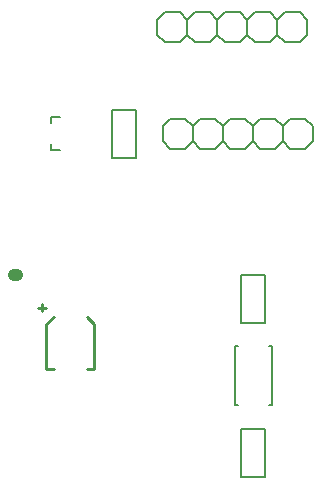
<source format=gbo>
G75*
%MOIN*%
%OFA0B0*%
%FSLAX25Y25*%
%IPPOS*%
%LPD*%
%AMOC8*
5,1,8,0,0,1.08239X$1,22.5*
%
%ADD10C,0.00500*%
%ADD11C,0.00600*%
%ADD12C,0.04000*%
%ADD13C,0.01000*%
D10*
X0089336Y0033654D02*
X0090517Y0033654D01*
X0089336Y0033654D02*
X0089336Y0053339D01*
X0090517Y0053339D01*
X0091635Y0061087D02*
X0099635Y0061087D01*
X0099635Y0077087D01*
X0091635Y0077087D01*
X0091635Y0061087D01*
X0100753Y0053339D02*
X0101934Y0053339D01*
X0101934Y0033654D01*
X0100753Y0033654D01*
X0099635Y0025906D02*
X0091635Y0025906D01*
X0091635Y0009906D01*
X0099635Y0009906D01*
X0099635Y0025906D01*
X0056328Y0116205D02*
X0048328Y0116205D01*
X0048328Y0132205D01*
X0056328Y0132205D01*
X0056328Y0116205D01*
D11*
X0065478Y0121705D02*
X0067978Y0119205D01*
X0072978Y0119205D01*
X0075478Y0121705D01*
X0075478Y0126705D01*
X0072978Y0129205D01*
X0067978Y0129205D01*
X0065478Y0126705D01*
X0065478Y0121705D01*
X0075478Y0121705D02*
X0077978Y0119205D01*
X0082978Y0119205D01*
X0085478Y0121705D01*
X0085478Y0126705D01*
X0082978Y0129205D01*
X0077978Y0129205D01*
X0075478Y0126705D01*
X0085478Y0126705D02*
X0087978Y0129205D01*
X0092978Y0129205D01*
X0095478Y0126705D01*
X0095478Y0121705D01*
X0092978Y0119205D01*
X0087978Y0119205D01*
X0085478Y0121705D01*
X0095478Y0121705D02*
X0097978Y0119205D01*
X0102978Y0119205D01*
X0105478Y0121705D01*
X0107978Y0119205D01*
X0112978Y0119205D01*
X0115478Y0121705D01*
X0115478Y0126705D01*
X0112978Y0129205D01*
X0107978Y0129205D01*
X0105478Y0126705D01*
X0102978Y0129205D01*
X0097978Y0129205D01*
X0095478Y0126705D01*
X0105478Y0126705D02*
X0105478Y0121705D01*
X0106009Y0154638D02*
X0111009Y0154638D01*
X0113509Y0157138D01*
X0113509Y0162138D01*
X0111009Y0164638D01*
X0106009Y0164638D01*
X0103509Y0162138D01*
X0101009Y0164638D01*
X0096009Y0164638D01*
X0093509Y0162138D01*
X0091009Y0164638D01*
X0086009Y0164638D01*
X0083509Y0162138D01*
X0081009Y0164638D01*
X0076009Y0164638D01*
X0073509Y0162138D01*
X0071009Y0164638D01*
X0066009Y0164638D01*
X0063509Y0162138D01*
X0063509Y0157138D01*
X0066009Y0154638D01*
X0071009Y0154638D01*
X0073509Y0157138D01*
X0073509Y0162138D01*
X0073509Y0157138D02*
X0076009Y0154638D01*
X0081009Y0154638D01*
X0083509Y0157138D01*
X0083509Y0162138D01*
X0083509Y0157138D02*
X0086009Y0154638D01*
X0091009Y0154638D01*
X0093509Y0157138D01*
X0096009Y0154638D01*
X0101009Y0154638D01*
X0103509Y0157138D01*
X0106009Y0154638D01*
X0103509Y0157138D02*
X0103509Y0162138D01*
X0093509Y0162138D02*
X0093509Y0157138D01*
X0031275Y0129805D02*
X0028075Y0129805D01*
X0028075Y0127605D01*
X0028075Y0120805D02*
X0028075Y0118605D01*
X0031275Y0118605D01*
D12*
X0016706Y0076961D02*
X0015706Y0076961D01*
D13*
X0026612Y0060681D02*
X0026612Y0045681D01*
X0029112Y0045681D01*
X0040112Y0045681D02*
X0042612Y0045681D01*
X0042612Y0060681D01*
X0040112Y0063181D01*
X0029112Y0063181D02*
X0026612Y0060681D01*
X0025163Y0065043D02*
X0025163Y0067406D01*
X0023982Y0066224D02*
X0026344Y0066224D01*
M02*

</source>
